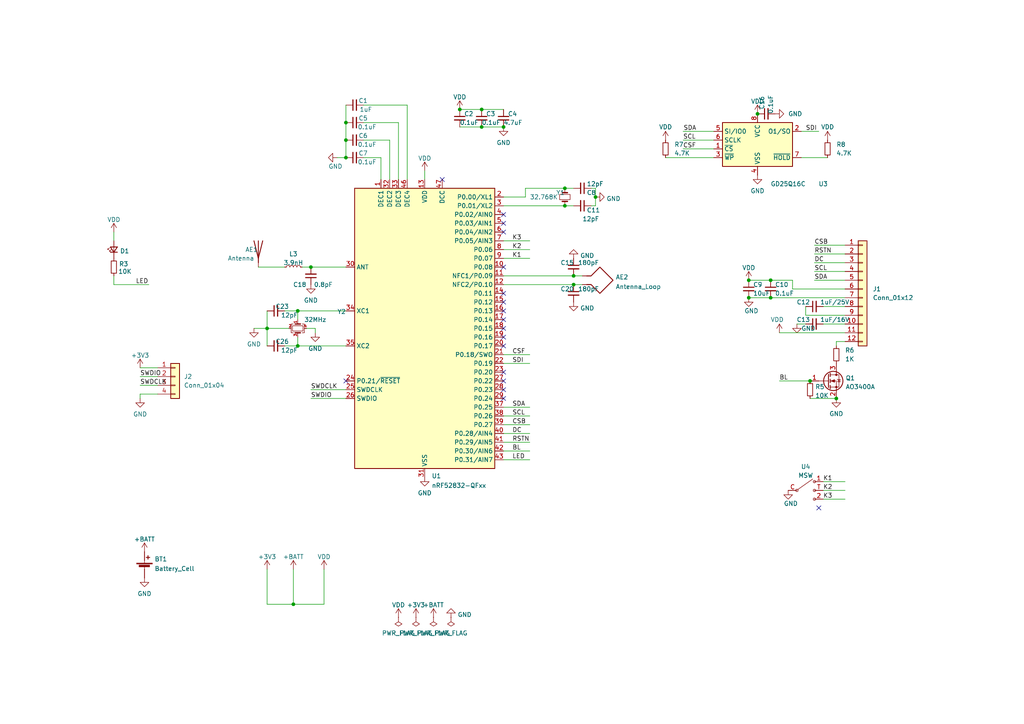
<source format=kicad_sch>
(kicad_sch (version 20211123) (generator eeschema)
  (paper "A4")
  (lib_symbols
    (symbol "Connector_Generic:Conn_01x04" (pin_names (offset 1.016) hide)
      (property "Reference" "J" (at 0 5.08 0))
      (property "Value" "Conn_01x04" (at 0 -7.62 0))
      (symbol "Conn_01x04_1_1"
        (rectangle (start -1.27 -4.953) (end 0 -5.207) (stroke (width 0.1524)))
        (rectangle (start -1.27 -2.413) (end 0 -2.667) (stroke (width 0.1524)))
        (rectangle (start -1.27 0.127) (end 0 -0.127) (stroke (width 0.1524)))
        (rectangle (start -1.27 2.667) (end 0 2.413) (stroke (width 0.1524)))
        (rectangle (start -1.27 3.81) (end 1.27 -6.35) (stroke (width 0.254)) (fill (type background)))
        (pin passive line (at -5.08 2.54 0) (length 3.81) (name "Pin_1") (number "1"))
        (pin passive line (at -5.08 0 0) (length 3.81) (name "Pin_2") (number "2"))
        (pin passive line (at -5.08 -2.54 0) (length 3.81) (name "Pin_3") (number "3"))
        (pin passive line (at -5.08 -5.08 0) (length 3.81) (name "Pin_4") (number "4"))
      )
    )
    (symbol "Connector_Generic:Conn_01x12" (pin_names (offset 1.016) hide)
      (property "Reference" "J" (at 0 15.24 0))
      (property "Value" "Conn_01x12" (at 0 -17.78 0))
      (symbol "Conn_01x12_1_1"
        (rectangle (start -1.27 -15.113) (end 0 -15.367) (stroke (width 0.1524)))
        (rectangle (start -1.27 -12.573) (end 0 -12.827) (stroke (width 0.1524)))
        (rectangle (start -1.27 -10.033) (end 0 -10.287) (stroke (width 0.1524)))
        (rectangle (start -1.27 -7.493) (end 0 -7.747) (stroke (width 0.1524)))
        (rectangle (start -1.27 -4.953) (end 0 -5.207) (stroke (width 0.1524)))
        (rectangle (start -1.27 -2.413) (end 0 -2.667) (stroke (width 0.1524)))
        (rectangle (start -1.27 0.127) (end 0 -0.127) (stroke (width 0.1524)))
        (rectangle (start -1.27 2.667) (end 0 2.413) (stroke (width 0.1524)))
        (rectangle (start -1.27 5.207) (end 0 4.953) (stroke (width 0.1524)))
        (rectangle (start -1.27 7.747) (end 0 7.493) (stroke (width 0.1524)))
        (rectangle (start -1.27 10.287) (end 0 10.033) (stroke (width 0.1524)))
        (rectangle (start -1.27 12.827) (end 0 12.573) (stroke (width 0.1524)))
        (rectangle (start -1.27 13.97) (end 1.27 -16.51) (stroke (width 0.254)) (fill (type background)))
        (pin passive line (at -5.08 12.7 0) (length 3.81) (name "Pin_1") (number "1"))
        (pin passive line (at -5.08 -10.16 0) (length 3.81) (name "Pin_10") (number "10"))
        (pin passive line (at -5.08 -12.7 0) (length 3.81) (name "Pin_11") (number "11"))
        (pin passive line (at -5.08 -15.24 0) (length 3.81) (name "Pin_12") (number "12"))
        (pin passive line (at -5.08 10.16 0) (length 3.81) (name "Pin_2") (number "2"))
        (pin passive line (at -5.08 7.62 0) (length 3.81) (name "Pin_3") (number "3"))
        (pin passive line (at -5.08 5.08 0) (length 3.81) (name "Pin_4") (number "4"))
        (pin passive line (at -5.08 2.54 0) (length 3.81) (name "Pin_5") (number "5"))
        (pin passive line (at -5.08 0 0) (length 3.81) (name "Pin_6") (number "6"))
        (pin passive line (at -5.08 -2.54 0) (length 3.81) (name "Pin_7") (number "7"))
        (pin passive line (at -5.08 -5.08 0) (length 3.81) (name "Pin_8") (number "8"))
        (pin passive line (at -5.08 -7.62 0) (length 3.81) (name "Pin_9") (number "9"))
      )
    )
    (symbol "Device:Antenna" (pin_numbers hide) (pin_names (offset 1.016) hide)
      (property "Reference" "AE" (at -1.905 1.905 0))
      (property "Value" "Antenna" (at -1.905 0 0))
      (symbol "Antenna_0_1"
        (polyline (pts (xy 0 2.54) (xy 0 -3.81)) (stroke (width 0.254)))
        (polyline (pts (xy 1.27 2.54) (xy 0 -2.54) (xy -1.27 2.54)) (stroke (width 0.254)))
      )
      (symbol "Antenna_1_1"
        (pin input line (at 0 -5.08 90) (length 2.54) (name "A") (number "1"))
      )
    )
    (symbol "Device:Antenna_Loop" (pin_numbers hide) (pin_names (offset 1.016) hide)
      (property "Reference" "AE" (at 1.27 6.35 0))
      (property "Value" "Antenna_Loop" (at 1.27 5.08 0))
      (symbol "Antenna_Loop_0_1"
        (polyline (pts (xy 2.54 -3.81) (xy 2.54 -2.54) (xy 5.08 0) (xy 1.27 3.81) (xy -2.54 0) (xy 0 -2.54) (xy 0 -3.81)) (stroke (width 0.254)))
      )
      (symbol "Antenna_Loop_1_1"
        (pin input line (at 0 -5.08 90) (length 2.54) (name "~") (number "1"))
        (pin input line (at 2.54 -5.08 90) (length 2.54) (name "~") (number "2"))
      )
    )
    (symbol "Device:Battery_Cell" (pin_numbers hide) (pin_names (offset 0) hide)
      (property "Reference" "BT" (at 2.54 2.54 0))
      (property "Value" "Battery_Cell" (at 2.54 0 0))
      (symbol "Battery_Cell_0_1"
        (rectangle (start -2.286 1.778) (end 2.286 1.524) (fill (type outline)))
        (rectangle (start -1.5748 1.1938) (end 1.4732 0.6858) (fill (type outline)))
        (polyline (pts (xy 0 0.762) (xy 0 0)))
        (polyline (pts (xy 0 1.778) (xy 0 2.54)))
        (polyline (pts (xy 0.508 3.429) (xy 1.524 3.429)) (stroke (width 0.254)))
        (polyline (pts (xy 1.016 3.937) (xy 1.016 2.921)) (stroke (width 0.254)))
      )
      (symbol "Battery_Cell_1_1"
        (pin passive line (at 0 5.08 270) (length 2.54) (name "+") (number "1"))
        (pin passive line (at 0 -2.54 90) (length 2.54) (name "-") (number "2"))
      )
    )
    (symbol "Device:C_Small" (pin_numbers hide) (pin_names (offset 0.254) hide)
      (property "Reference" "C" (at 0.254 1.778 0))
      (property "Value" "C_Small" (at 0.254 -2.032 0))
      (symbol "C_Small_0_1"
        (polyline (pts (xy -1.524 -0.508) (xy 1.524 -0.508)) (stroke (width 0.3302)))
        (polyline (pts (xy -1.524 0.508) (xy 1.524 0.508)) (stroke (width 0.3048)))
      )
      (symbol "C_Small_1_1"
        (pin passive line (at 0 2.54 270) (length 2.032) (name "~") (number "1"))
        (pin passive line (at 0 -2.54 90) (length 2.032) (name "~") (number "2"))
      )
    )
    (symbol "Device:Crystal_GND24_Small" (pin_names (offset 1.016) hide)
      (property "Reference" "Y" (at 1.27 4.445 0))
      (property "Value" "Crystal_GND24_Small" (at 1.27 2.54 0))
      (symbol "Crystal_GND24_Small_0_1"
        (rectangle (start -0.762 -1.524) (end 0.762 1.524))
        (polyline (pts (xy -1.27 -0.762) (xy -1.27 0.762)) (stroke (width 0.381)))
        (polyline (pts (xy 1.27 -0.762) (xy 1.27 0.762)) (stroke (width 0.381)))
        (polyline (pts (xy -1.27 -1.27) (xy -1.27 -1.905) (xy 1.27 -1.905) (xy 1.27 -1.27)))
        (polyline (pts (xy -1.27 1.27) (xy -1.27 1.905) (xy 1.27 1.905) (xy 1.27 1.27)))
      )
      (symbol "Crystal_GND24_Small_1_1"
        (pin passive line (at -2.54 0 0) (length 1.27) (name "1") (number "1"))
        (pin passive line (at 0 -2.54 90) (length 0.635) (name "2") (number "2"))
        (pin passive line (at 2.54 0 180) (length 1.27) (name "3") (number "3"))
        (pin passive line (at 0 2.54 270) (length 0.635) (name "4") (number "4"))
      )
    )
    (symbol "Device:Crystal_Small" (pin_numbers hide) (pin_names (offset 1.016) hide)
      (property "Reference" "Y" (at 0 2.54 0))
      (property "Value" "Crystal_Small" (at 0 -2.54 0))
      (symbol "Crystal_Small_0_1"
        (rectangle (start -0.762 -1.524) (end 0.762 1.524))
        (polyline (pts (xy -1.27 -0.762) (xy -1.27 0.762)) (stroke (width 0.381)))
        (polyline (pts (xy 1.27 -0.762) (xy 1.27 0.762)) (stroke (width 0.381)))
      )
      (symbol "Crystal_Small_1_1"
        (pin passive line (at -2.54 0 0) (length 1.27) (name "1") (number "1"))
        (pin passive line (at 2.54 0 180) (length 1.27) (name "2") (number "2"))
      )
    )
    (symbol "Device:LED_Small" (pin_numbers hide) (pin_names (offset 0.254) hide)
      (property "Reference" "D" (at -1.27 3.175 0))
      (property "Value" "LED_Small" (at -4.445 -2.54 0))
      (symbol "LED_Small_0_1"
        (polyline (pts (xy -0.762 -1.016) (xy -0.762 1.016)) (stroke (width 0.254)))
        (polyline (pts (xy 1.016 0) (xy -0.762 0)))
        (polyline (pts (xy 0.762 -1.016) (xy -0.762 0) (xy 0.762 1.016) (xy 0.762 -1.016)) (stroke (width 0.254)))
        (polyline (pts (xy 0 0.762) (xy -0.508 1.27) (xy -0.254 1.27) (xy -0.508 1.27) (xy -0.508 1.016)))
        (polyline (pts (xy 0.508 1.27) (xy 0 1.778) (xy 0.254 1.778) (xy 0 1.778) (xy 0 1.524)))
      )
      (symbol "LED_Small_1_1"
        (pin passive line (at -2.54 0 0) (length 1.778) (name "K") (number "1"))
        (pin passive line (at 2.54 0 180) (length 1.778) (name "A") (number "2"))
      )
    )
    (symbol "Device:L_Small" (pin_numbers hide) (pin_names (offset 0.254) hide)
      (property "Reference" "L" (at 0.762 1.016 0))
      (property "Value" "L_Small" (at 0.762 -1.016 0))
      (symbol "L_Small_0_1"
        (arc (start 0 -2.032) (mid 0.508 -1.524) (end 0 -1.016))
        (arc (start 0 -1.016) (mid 0.508 -0.508) (end 0 0))
        (arc (start 0 0) (mid 0.508 0.508) (end 0 1.016))
        (arc (start 0 1.016) (mid 0.508 1.524) (end 0 2.032))
      )
      (symbol "L_Small_1_1"
        (pin passive line (at 0 2.54 270) (length 0.508) (name "~") (number "1"))
        (pin passive line (at 0 -2.54 90) (length 0.508) (name "~") (number "2"))
      )
    )
    (symbol "Device:R_Small" (pin_numbers hide) (pin_names (offset 0.254) hide)
      (property "Reference" "R" (at 0.762 0.508 0))
      (property "Value" "R_Small" (at 0.762 -1.016 0))
      (symbol "R_Small_0_1"
        (rectangle (start -0.762 1.778) (end 0.762 -1.778) (stroke (width 0.2032)))
      )
      (symbol "R_Small_1_1"
        (pin passive line (at 0 2.54 270) (length 0.762) (name "~") (number "1"))
        (pin passive line (at 0 -2.54 90) (length 0.762) (name "~") (number "2"))
      )
    )
    (symbol "MCU_Nordic:nRF52832-QFxx"
      (property "Reference" "U" (at 0 1.27 0))
      (property "Value" "nRF52832-QFxx" (at 0 -1.27 0))
      (symbol "nRF52832-QFxx_0_1"
        (rectangle (start -20.32 40.64) (end 20.32 -40.64) (stroke (width 0.254)) (fill (type background)))
      )
      (symbol "nRF52832-QFxx_1_1"
        (pin passive line (at -12.7 43.18 270) (length 2.54) (name "DEC1") (number "1"))
        (pin bidirectional line (at 22.86 17.78 180) (length 2.54) (name "P0.08") (number "10"))
        (pin bidirectional line (at 22.86 15.24 180) (length 2.54) (name "NFC1/P0.09") (number "11"))
        (pin bidirectional line (at 22.86 12.7 180) (length 2.54) (name "NFC2/P0.10") (number "12"))
        (pin power_in line (at 0 43.18 270) (length 2.54) (name "VDD") (number "13"))
        (pin bidirectional line (at 22.86 10.16 180) (length 2.54) (name "P0.11") (number "14"))
        (pin bidirectional line (at 22.86 7.62 180) (length 2.54) (name "P0.12") (number "15"))
        (pin bidirectional line (at 22.86 5.08 180) (length 2.54) (name "P0.13") (number "16"))
        (pin bidirectional line (at 22.86 2.54 180) (length 2.54) (name "P0.14") (number "17"))
        (pin bidirectional line (at 22.86 0 180) (length 2.54) (name "P0.15") (number "18"))
        (pin bidirectional line (at 22.86 -2.54 180) (length 2.54) (name "P0.16") (number "19"))
        (pin bidirectional line (at 22.86 38.1 180) (length 2.54) (name "P0.00/XL1") (number "2"))
        (pin bidirectional line (at 22.86 -5.08 180) (length 2.54) (name "P0.17") (number "20"))
        (pin bidirectional line (at 22.86 -7.62 180) (length 2.54) (name "P0.18/SWO") (number "21"))
        (pin bidirectional line (at 22.86 -10.16 180) (length 2.54) (name "P0.19") (number "22"))
        (pin bidirectional line (at 22.86 -12.7 180) (length 2.54) (name "P0.20") (number "23"))
        (pin bidirectional line (at -22.86 -15.24 0) (length 2.54) (name "P0.21/~{RESET}") (number "24"))
        (pin input line (at -22.86 -17.78 0) (length 2.54) (name "SWDCLK") (number "25"))
        (pin bidirectional line (at -22.86 -20.32 0) (length 2.54) (name "SWDIO") (number "26"))
        (pin bidirectional line (at 22.86 -15.24 180) (length 2.54) (name "P0.22") (number "27"))
        (pin bidirectional line (at 22.86 -17.78 180) (length 2.54) (name "P0.23") (number "28"))
        (pin bidirectional line (at 22.86 -20.32 180) (length 2.54) (name "P0.24") (number "29"))
        (pin bidirectional line (at 22.86 35.56 180) (length 2.54) (name "P0.01/XL2") (number "3"))
        (pin passive line (at -22.86 17.78 0) (length 2.54) (name "ANT") (number "30"))
        (pin power_in line (at 0 -43.18 90) (length 2.54) (name "VSS") (number "31"))
        (pin passive line (at -10.16 43.18 270) (length 2.54) (name "DEC2") (number "32"))
        (pin passive line (at -7.62 43.18 270) (length 2.54) (name "DEC3") (number "33"))
        (pin input line (at -22.86 5.08 0) (length 2.54) (name "XC1") (number "34"))
        (pin input line (at -22.86 -5.08 0) (length 2.54) (name "XC2") (number "35"))
        (pin passive line (at 0 43.18 270) (length 2.54) hide (name "VDD") (number "36"))
        (pin bidirectional line (at 22.86 -22.86 180) (length 2.54) (name "P0.25") (number "37"))
        (pin bidirectional line (at 22.86 -25.4 180) (length 2.54) (name "P0.26") (number "38"))
        (pin bidirectional line (at 22.86 -27.94 180) (length 2.54) (name "P0.27") (number "39"))
        (pin bidirectional line (at 22.86 33.02 180) (length 2.54) (name "P0.02/AIN0") (number "4"))
        (pin bidirectional line (at 22.86 -30.48 180) (length 2.54) (name "P0.28/AIN4") (number "40"))
        (pin bidirectional line (at 22.86 -33.02 180) (length 2.54) (name "P0.29/AIN5") (number "41"))
        (pin bidirectional line (at 22.86 -35.56 180) (length 2.54) (name "P0.30/AIN6") (number "42"))
        (pin bidirectional line (at 22.86 -38.1 180) (length 2.54) (name "P0.31/AIN7") (number "43"))
        (pin no_connect line (at -20.32 -30.48 0) (length 2.54) hide (name "NC") (number "44"))
        (pin passive line (at 0 -43.18 90) (length 2.54) hide (name "VSS") (number "45"))
        (pin passive line (at -5.08 43.18 270) (length 2.54) (name "DEC4") (number "46"))
        (pin power_out line (at 5.08 43.18 270) (length 2.54) (name "DCC") (number "47"))
        (pin passive line (at 0 43.18 270) (length 2.54) hide (name "VDD") (number "48"))
        (pin passive line (at 0 -43.18 90) (length 2.54) hide (name "VSS") (number "49"))
        (pin bidirectional line (at 22.86 30.48 180) (length 2.54) (name "P0.03/AIN1") (number "5"))
        (pin bidirectional line (at 22.86 27.94 180) (length 2.54) (name "P0.04/AIN2") (number "6"))
        (pin bidirectional line (at 22.86 25.4 180) (length 2.54) (name "P0.05/AIN3") (number "7"))
        (pin bidirectional line (at 22.86 22.86 180) (length 2.54) (name "P0.06") (number "8"))
        (pin bidirectional line (at 22.86 20.32 180) (length 2.54) (name "P0.07") (number "9"))
      )
    )
    (symbol "Mylib:GD25Dxx"
      (property "Reference" "U3" (at 19.05 -10.16 0))
      (property "Value" "GD25Dxx" (at 8.89 -10.16 0))
      (symbol "GD25Dxx_1_1"
        (rectangle (start -10.16 7.62) (end 10.16 -5.08) (stroke (width 0.254)) (fill (type background)))
        (pin input line (at -12.7 0 0) (length 2.54) (name "~{CS}") (number "1"))
        (pin output line (at 12.7 5.08 180) (length 2.54) (name "O1/SO") (number "2"))
        (pin input line (at -12.7 -2.54 0) (length 2.54) (name "~{WP}") (number "3"))
        (pin power_in line (at 0 -7.62 90) (length 2.54) (name "VSS") (number "4"))
        (pin bidirectional line (at -12.7 5.08 0) (length 2.54) (name "SI/IO0") (number "5"))
        (pin input line (at -12.7 2.54 0) (length 2.54) (name "SCLK") (number "6"))
        (pin input line (at 12.7 -2.54 180) (length 2.54) (name "~{HOLD}") (number "7"))
        (pin power_in line (at 0 10.16 270) (length 2.54) (name "VCC") (number "8"))
      )
    )
    (symbol "Mylib:MSW" (pin_names (offset 1.016))
      (property "Reference" "U" (at -2.54 -5.08 0))
      (property "Value" "MSW" (at 1.27 -5.08 0))
      (symbol "MSW_0_1"
        (circle (center -1.27 1.27) (radius 0.3556))
        (polyline (pts (xy -1.016 1.524) (xy 3.302 4.572)))
        (circle (center 3.81 -1.27) (radius 0.3556))
        (circle (center 3.81 1.27) (radius 0.3556))
        (circle (center 3.81 3.81) (radius 0.3556))
      )
      (symbol "MSW_1_1"
        (pin output line (at 6.35 3.81 180) (length 2.54) (name "~") (number "1"))
        (pin output line (at 6.35 -1.27 180) (length 2.54) (name "~") (number "2"))
        (pin passive line (at 5.08 -3.81 180) (length 2.54) hide (name "~") (number "5"))
        (pin passive line (at 5.08 -3.81 180) (length 2.54) hide (name "~") (number "6"))
        (pin passive line (at 5.08 -3.81 180) (length 2.54) hide (name "~") (number "7"))
        (pin passive line (at 5.08 -3.81 180) (length 2.54) hide (name "~") (number "8"))
        (pin input line (at -3.81 1.27 0) (length 2.54) (name "~") (number "C"))
        (pin output line (at 6.35 1.27 180) (length 2.54) (name "~") (number "T"))
      )
    )
    (symbol "Transistor_FET:AO3400A" (pin_names hide)
      (property "Reference" "Q" (at 5.08 1.905 0))
      (property "Value" "AO3400A" (at 5.08 0 0))
      (symbol "AO3400A_0_1"
        (polyline (pts (xy 0.254 0) (xy -2.54 0)))
        (polyline (pts (xy 0.254 1.905) (xy 0.254 -1.905)) (stroke (width 0.254)))
        (polyline (pts (xy 0.762 -1.27) (xy 0.762 -2.286)) (stroke (width 0.254)))
        (polyline (pts (xy 0.762 0.508) (xy 0.762 -0.508)) (stroke (width 0.254)))
        (polyline (pts (xy 0.762 2.286) (xy 0.762 1.27)) (stroke (width 0.254)))
        (polyline (pts (xy 2.54 2.54) (xy 2.54 1.778)))
        (polyline (pts (xy 2.54 -2.54) (xy 2.54 0) (xy 0.762 0)))
        (polyline (pts (xy 0.762 -1.778) (xy 3.302 -1.778) (xy 3.302 1.778) (xy 0.762 1.778)))
        (polyline (pts (xy 1.016 0) (xy 2.032 0.381) (xy 2.032 -0.381) (xy 1.016 0)) (fill (type outline)))
        (polyline (pts (xy 2.794 0.508) (xy 2.921 0.381) (xy 3.683 0.381) (xy 3.81 0.254)))
        (polyline (pts (xy 3.302 0.381) (xy 2.921 -0.254) (xy 3.683 -0.254) (xy 3.302 0.381)))
        (circle (center 1.651 0) (radius 2.794) (stroke (width 0.254)))
        (circle (center 2.54 -1.778) (radius 0.254) (fill (type outline)))
        (circle (center 2.54 1.778) (radius 0.254) (fill (type outline)))
      )
      (symbol "AO3400A_1_1"
        (pin input line (at -5.08 0 0) (length 2.54) (name "G") (number "1"))
        (pin passive line (at 2.54 -5.08 90) (length 2.54) (name "S") (number "2"))
        (pin passive line (at 2.54 5.08 270) (length 2.54) (name "D") (number "3"))
      )
    )
    (symbol "power:+3.3V" (power) (pin_names (offset 0))
      (property "Value" "+3.3V" (at 0 3.556 0))
      (symbol "+3.3V_0_1"
        (polyline (pts (xy -0.762 1.27) (xy 0 2.54)))
        (polyline (pts (xy 0 0) (xy 0 2.54)))
        (polyline (pts (xy 0 2.54) (xy 0.762 1.27)))
      )
      (symbol "+3.3V_1_1"
        (pin power_in line (at 0 0 90) (length 0) hide (name "+3V3") (number "1"))
      )
    )
    (symbol "power:+BATT" (power) (pin_names (offset 0))
      (property "Value" "+BATT" (at 0 3.556 0))
      (symbol "+BATT_0_1"
        (polyline (pts (xy -0.762 1.27) (xy 0 2.54)))
        (polyline (pts (xy 0 0) (xy 0 2.54)))
        (polyline (pts (xy 0 2.54) (xy 0.762 1.27)))
      )
      (symbol "+BATT_1_1"
        (pin power_in line (at 0 0 90) (length 0) hide (name "+BATT") (number "1"))
      )
    )
    (symbol "power:GND" (power) (pin_names (offset 0))
      (property "Value" "GND" (at 0 -3.81 0))
      (symbol "GND_0_1"
        (polyline (pts (xy 0 0) (xy 0 -1.27) (xy 1.27 -1.27) (xy 0 -2.54) (xy -1.27 -1.27) (xy 0 -1.27)))
      )
      (symbol "GND_1_1"
        (pin power_in line (at 0 0 270) (length 0) hide (name "GND") (number "1"))
      )
    )
    (symbol "power:PWR_FLAG" (power) (pin_numbers hide) (pin_names (offset 0) hide)
      (property "Value" "PWR_FLAG" (at 0 3.81 0))
      (symbol "PWR_FLAG_0_0"
        (pin power_out line (at 0 0 90) (length 0) (name "pwr") (number "1"))
      )
      (symbol "PWR_FLAG_0_1"
        (polyline (pts (xy 0 0) (xy 0 1.27) (xy -1.016 1.905) (xy 0 2.54) (xy 1.016 1.905) (xy 0 1.27)))
      )
    )
    (symbol "power:VDD" (power) (pin_names (offset 0))
      (property "Value" "VDD" (at 0 3.81 0))
      (symbol "VDD_0_1"
        (polyline (pts (xy -0.762 1.27) (xy 0 2.54)))
        (polyline (pts (xy 0 0) (xy 0 2.54)))
        (polyline (pts (xy 0 2.54) (xy 0.762 1.27)))
      )
      (symbol "VDD_1_1"
        (pin power_in line (at 0 0 90) (length 0) hide (name "VDD") (number "1"))
      )
    )
  )
  (junction (at 146.05 36.83))
  (junction (at 166.37 80.01))
  (junction (at 85.09 175.26))
  (junction (at 86.36 100.33))
  (junction (at 139.7 36.83))
  (junction (at 100.33 35.56))
  (junction (at 139.7 31.75))
  (junction (at 166.37 82.55))
  (junction (at 100.33 40.64))
  (junction (at 163.83 59.69))
  (junction (at 163.83 54.61))
  (junction (at 217.17 86.36))
  (junction (at 90.17 77.47))
  (junction (at 172.72 57.15))
  (junction (at 223.52 86.36))
  (junction (at 86.36 90.17))
  (junction (at 234.95 110.49))
  (junction (at 133.35 31.75))
  (junction (at 217.17 81.28))
  (junction (at 223.52 81.28))
  (junction (at 219.71 33.02))
  (junction (at 100.33 45.72))
  (junction (at 242.57 115.57))
  (junction (at 77.47 95.25))
  (no_connect (at 146.05 100.33))
  (no_connect (at 146.05 115.57))
  (no_connect (at 237.49 147.32))
  (no_connect (at 146.05 62.23))
  (no_connect (at 146.05 64.77))
  (no_connect (at 146.05 67.31))
  (no_connect (at 146.05 77.47))
  (no_connect (at 146.05 85.09))
  (no_connect (at 146.05 107.95))
  (no_connect (at 146.05 113.03))
  (no_connect (at 146.05 87.63))
  (no_connect (at 146.05 90.17))
  (no_connect (at 146.05 92.71))
  (no_connect (at 146.05 110.49))
  (no_connect (at 128.27 52.07))
  (no_connect (at 100.33 110.49))
  (no_connect (at 146.05 95.25))
  (no_connect (at 146.05 97.79))
  (wire (pts (xy 233.68 93.98) (xy 231.14 93.98)))
  (wire (pts (xy 105.41 30.48) (xy 118.11 30.48)))
  (wire (pts (xy 139.7 31.75) (xy 146.05 31.75)))
  (wire (pts (xy 118.11 52.07) (xy 118.11 30.48)))
  (wire (pts (xy 40.64 106.68) (xy 45.72 106.68)))
  (wire (pts (xy 133.35 31.75) (xy 139.7 31.75)))
  (wire (pts (xy 91.44 95.25) (xy 91.44 96.52)))
  (wire (pts (xy 238.76 144.78) (xy 245.11 144.78)))
  (wire (pts (xy 40.64 114.3) (xy 40.64 115.57)))
  (wire (pts (xy 217.17 86.36) (xy 223.52 86.36)))
  (wire (pts (xy 236.22 81.28) (xy 245.11 81.28)))
  (wire (pts (xy 193.04 45.72) (xy 207.01 45.72)))
  (wire (pts (xy 88.9 95.25) (xy 91.44 95.25)))
  (wire (pts (xy 152.4 57.15) (xy 146.05 57.15)))
  (wire (pts (xy 146.05 133.35) (xy 153.67 133.35)))
  (wire (pts (xy 217.17 81.28) (xy 223.52 81.28)))
  (wire (pts (xy 33.02 67.31) (xy 33.02 69.85)))
  (wire (pts (xy 100.33 40.64) (xy 100.33 45.72)))
  (wire (pts (xy 77.47 175.26) (xy 85.09 175.26)))
  (wire (pts (xy 146.05 72.39) (xy 153.67 72.39)))
  (wire (pts (xy 146.05 130.81) (xy 153.67 130.81)))
  (wire (pts (xy 77.47 95.25) (xy 77.47 100.33)))
  (wire (pts (xy 40.64 114.3) (xy 45.72 114.3)))
  (wire (pts (xy 238.76 142.24) (xy 245.11 142.24)))
  (wire (pts (xy 40.64 109.22) (xy 45.72 109.22)))
  (wire (pts (xy 110.49 52.07) (xy 110.49 45.72)))
  (wire (pts (xy 77.47 90.17) (xy 77.47 95.25)))
  (wire (pts (xy 77.47 165.1) (xy 77.47 175.26)))
  (wire (pts (xy 172.72 54.61) (xy 172.72 57.15)))
  (wire (pts (xy 234.95 115.57) (xy 242.57 115.57)))
  (wire (pts (xy 146.05 82.55) (xy 166.37 82.55)))
  (wire (pts (xy 139.7 36.83) (xy 133.35 36.83)))
  (wire (pts (xy 198.12 40.64) (xy 207.01 40.64)))
  (wire (pts (xy 73.66 95.25) (xy 77.47 95.25)))
  (wire (pts (xy 146.05 128.27) (xy 153.67 128.27)))
  (wire (pts (xy 163.83 59.69) (xy 166.37 59.69)))
  (wire (pts (xy 232.41 45.72) (xy 240.03 45.72)))
  (wire (pts (xy 172.72 57.15) (xy 172.72 59.69)))
  (wire (pts (xy 236.22 76.2) (xy 245.11 76.2)))
  (wire (pts (xy 238.76 88.9) (xy 245.11 88.9)))
  (wire (pts (xy 226.06 110.49) (xy 234.95 110.49)))
  (wire (pts (xy 86.36 92.71) (xy 86.36 90.17)))
  (wire (pts (xy 40.64 111.76) (xy 45.72 111.76)))
  (wire (pts (xy 152.4 54.61) (xy 152.4 57.15)))
  (wire (pts (xy 82.55 90.17) (xy 86.36 90.17)))
  (wire (pts (xy 163.83 54.61) (xy 152.4 54.61)))
  (wire (pts (xy 146.05 105.41) (xy 153.67 105.41)))
  (wire (pts (xy 90.17 77.47) (xy 100.33 77.47)))
  (wire (pts (xy 232.41 38.1) (xy 237.49 38.1)))
  (wire (pts (xy 90.17 115.57) (xy 100.33 115.57)))
  (wire (pts (xy 166.37 82.55) (xy 168.91 82.55)))
  (wire (pts (xy 171.45 54.61) (xy 172.72 54.61)))
  (wire (pts (xy 100.33 35.56) (xy 100.33 40.64)))
  (wire (pts (xy 97.79 45.72) (xy 100.33 45.72)))
  (wire (pts (xy 74.93 77.47) (xy 82.55 77.47)))
  (wire (pts (xy 238.76 139.7) (xy 245.11 139.7)))
  (wire (pts (xy 146.05 80.01) (xy 166.37 80.01)))
  (wire (pts (xy 100.33 100.33) (xy 86.36 100.33)))
  (wire (pts (xy 85.09 175.26) (xy 93.98 175.26)))
  (wire (pts (xy 146.05 123.19) (xy 153.67 123.19)))
  (wire (pts (xy 242.57 99.06) (xy 245.11 99.06)))
  (wire (pts (xy 223.52 81.28) (xy 229.87 81.28)))
  (wire (pts (xy 86.36 90.17) (xy 100.33 90.17)))
  (wire (pts (xy 163.83 54.61) (xy 166.37 54.61)))
  (wire (pts (xy 33.02 82.55) (xy 43.18 82.55)))
  (wire (pts (xy 198.12 43.18) (xy 207.01 43.18)))
  (wire (pts (xy 233.68 88.9) (xy 233.68 91.44)))
  (wire (pts (xy 236.22 78.74) (xy 245.11 78.74)))
  (wire (pts (xy 146.05 118.11) (xy 153.67 118.11)))
  (wire (pts (xy 100.33 30.48) (xy 100.33 35.56)))
  (wire (pts (xy 146.05 69.85) (xy 153.67 69.85)))
  (wire (pts (xy 115.57 35.56) (xy 115.57 52.07)))
  (wire (pts (xy 105.41 45.72) (xy 110.49 45.72)))
  (wire (pts (xy 146.05 59.69) (xy 163.83 59.69)))
  (wire (pts (xy 105.41 35.56) (xy 115.57 35.56)))
  (wire (pts (xy 146.05 36.83) (xy 139.7 36.83)))
  (wire (pts (xy 93.98 175.26) (xy 93.98 165.1)))
  (wire (pts (xy 146.05 120.65) (xy 153.67 120.65)))
  (wire (pts (xy 166.37 80.01) (xy 168.91 80.01)))
  (wire (pts (xy 236.22 71.12) (xy 245.11 71.12)))
  (wire (pts (xy 77.47 95.25) (xy 83.82 95.25)))
  (wire (pts (xy 146.05 125.73) (xy 153.67 125.73)))
  (wire (pts (xy 229.87 81.28) (xy 229.87 83.82)))
  (wire (pts (xy 198.12 38.1) (xy 207.01 38.1)))
  (wire (pts (xy 172.72 59.69) (xy 171.45 59.69)))
  (wire (pts (xy 90.17 113.03) (xy 100.33 113.03)))
  (wire (pts (xy 242.57 100.33) (xy 242.57 99.06)))
  (wire (pts (xy 236.22 73.66) (xy 245.11 73.66)))
  (wire (pts (xy 86.36 97.79) (xy 86.36 100.33)))
  (wire (pts (xy 85.09 165.1) (xy 85.09 175.26)))
  (wire (pts (xy 226.06 96.52) (xy 245.11 96.52)))
  (wire (pts (xy 113.03 40.64) (xy 105.41 40.64)))
  (wire (pts (xy 223.52 86.36) (xy 245.11 86.36)))
  (wire (pts (xy 245.11 83.82) (xy 229.87 83.82)))
  (wire (pts (xy 82.55 100.33) (xy 86.36 100.33)))
  (wire (pts (xy 238.76 93.98) (xy 245.11 93.98)))
  (wire (pts (xy 233.68 91.44) (xy 245.11 91.44)))
  (wire (pts (xy 123.19 49.53) (xy 123.19 52.07)))
  (wire (pts (xy 113.03 52.07) (xy 113.03 40.64)))
  (wire (pts (xy 146.05 74.93) (xy 153.67 74.93)))
  (wire (pts (xy 33.02 80.01) (xy 33.02 82.55)))
  (wire (pts (xy 146.05 102.87) (xy 153.67 102.87)))
  (wire (pts (xy 87.63 77.47) (xy 90.17 77.47)))
  (label "K3" (at 148.59 69.85 0))
  (label "K1" (at 148.59 74.93 0))
  (label "DC" (at 148.59 125.73 0))
  (label "K2" (at 148.59 72.39 0))
  (label "SDI" (at 233.68 38.1 0))
  (label "SCL" (at 198.12 40.64 0))
  (label "SWDIO" (at 40.64 109.22 0))
  (label "BL" (at 226.06 110.49 0))
  (label "K1" (at 238.76 139.7 0))
  (label "K2" (at 238.76 142.24 0))
  (label "SDA" (at 198.2211 38.1 0))
  (label "LED" (at 39.37 82.55 0))
  (label "SWDCLK" (at 40.64 111.76 0))
  (label "LED" (at 148.59 133.35 0))
  (label "BL" (at 148.59 130.81 0))
  (label "RSTN" (at 148.59 128.27 0))
  (label "SDA" (at 148.59 118.11 0))
  (label "SWDIO" (at 90.17 115.57 0))
  (label "RSTN" (at 236.22 73.66 0))
  (label "SCL" (at 236.22 78.74 0))
  (label "SDA" (at 236.22 81.28 0))
  (label "CSB" (at 236.22 71.12 0))
  (label "DC" (at 236.22 76.2 0))
  (label "CSF" (at 148.59 102.87 0))
  (label "SCL" (at 148.59 120.65 0))
  (label "CSB" (at 148.59 123.19 0))
  (label "SWDCLK" (at 90.17 113.03 0))
  (label "SDI" (at 148.59 105.41 0))
  (label "K3" (at 238.76 144.78 0))
  (label "CSF" (at 198.12 43.18 0))
  (symbol (lib_id "power:VDD") (at 123.19 49.53 0) (unit 1)
    (property "Reference" "#PWR04" (effects hide))
    (property "Value" "VDD" (at 123.19 45.9255 0))
  )
  (symbol (lib_id "Device:C_Small") (at 102.87 45.72 90) (unit 1)
    (property "Reference" "C7" (at 106.68 44.45 90) (effects (justify left)))
    (property "Value" "0.1uF" (at 109.22 46.99 90) (effects (justify left)))
    (property "Footprint" "Capacitor_SMD:C_0402_1005Metric" (effects hide))
  )
  (symbol (lib_id "power:PWR_FLAG") (at 130.81 179.07 180) (unit 1)
    (property "Reference" "#FLG04" (effects hide))
    (property "Value" "PWR_FLAG" (at 130.81 183.6325 0))
  )
  (symbol (lib_id "Device:LED_Small") (at 33.02 72.39 90) (unit 1)
    (property "Reference" "D1" (at 34.798 72.8055 90) (effects (justify right)))
    (property "Value" "LED_Small" (effects hide))
    (property "Footprint" "LED_SMD:LED_0402_1005Metric" (effects hide))
  )
  (symbol (lib_id "Device:C_Small") (at 90.17 80.01 180) (unit 1)
    (property "Reference" "C18" (at 88.9 82.55 0) (effects (justify left)))
    (property "Value" "0.8pF" (at 96.52 82.55 0) (effects (justify left)))
    (property "Footprint" "Capacitor_SMD:C_0402_1005Metric" (effects hide))
  )
  (symbol (lib_id "Device:L_Small") (at 85.09 77.47 90) (unit 1)
    (property "Reference" "L3" (at 85.09 73.66 90))
    (property "Value" "3.9nH" (at 85.09 76.2 90))
    (property "Footprint" "Inductor_SMD:L_0402_1005Metric" (effects hide))
  )
  (symbol (lib_id "Device:C_Small") (at 102.87 35.56 90) (unit 1)
    (property "Reference" "C5" (at 106.68 34.29 90) (effects (justify left)))
    (property "Value" "0.1uF" (at 109.22 36.83 90) (effects (justify left)))
    (property "Footprint" "Capacitor_SMD:C_0402_1005Metric" (effects hide))
  )
  (symbol (lib_id "Device:C_Small") (at 236.22 93.98 90) (unit 1)
    (property "Reference" "C13" (at 234.95 92.71 90) (effects (justify left)))
    (property "Value" "1uF/16V" (at 246.38 92.71 90) (effects (justify left)))
    (property "Footprint" "Capacitor_SMD:C_0402_1005Metric" (effects hide))
  )
  (symbol (lib_id "Device:Crystal_GND24_Small") (at 86.36 95.25 270) (unit 1)
    (property "Reference" "Y2" (at 99.0789 90.3943 90))
    (property "Value" "32MHz" (at 91.44 92.71 90))
    (property "Footprint" "Crystal:Crystal_SMD_2016-4Pin_2.0x1.6mm" (effects hide))
  )
  (symbol (lib_id "Device:R_Small") (at 240.03 43.18 180) (unit 1)
    (property "Reference" "R8" (at 242.57 41.9099 0) (effects (justify right)))
    (property "Value" "4.7K" (at 242.57 44.4499 0) (effects (justify right)))
    (property "Footprint" "Resistor_SMD:R_0402_1005Metric" (effects hide))
  )
  (symbol (lib_id "power:GND") (at 130.81 179.07 180) (unit 1)
    (property "Reference" "#PWR040" (effects hide))
    (property "Value" "GND" (at 132.715 178.279 0) (effects (justify right)))
  )
  (symbol (lib_id "Transistor_FET:AO3400A") (at 240.03 110.49 0) (unit 1)
    (property "Reference" "Q1" (at 245.237 109.6553 0) (effects (justify left)))
    (property "Value" "AO3400A" (at 245.237 112.1922 0) (effects (justify left)))
    (property "Footprint" "Package_TO_SOT_SMD:SOT-23" (effects hide))
    (property "Datasheet" "http://www.aosmd.com/pdfs/datasheet/AO3400A.pdf" (effects hide))
  )
  (symbol (lib_id "Device:C_Small") (at 222.25 33.02 90) (unit 1)
    (property "Reference" "C16" (at 220.98 31.75 0) (effects (justify left)))
    (property "Value" "0.1uF" (at 223.52 33.02 0) (effects (justify left)))
    (property "Footprint" "Capacitor_SMD:C_0402_1005Metric" (effects hide))
  )
  (symbol (lib_id "Device:Battery_Cell") (at 41.91 165.1 0) (unit 1)
    (property "Reference" "BT1" (at 44.831 162.1595 0) (effects (justify left)))
    (property "Value" "Battery_Cell" (at 44.831 164.9346 0) (effects (justify left)))
    (property "Footprint" "MyLib:BAT-SMD_CR2032-3V" (effects hide))
  )
  (symbol (lib_id "Device:R_Small") (at 33.02 77.47 0) (unit 1)
    (property "Reference" "R3" (at 34.5186 76.5615 0) (effects (justify left)))
    (property "Value" "10K" (at 34.29 78.74 0) (effects (justify left)))
    (property "Footprint" "Resistor_SMD:R_0402_1005Metric" (effects hide))
  )
  (symbol (lib_id "power:+3.3V") (at 120.65 179.07 0) (unit 1)
    (property "Reference" "#PWR038" (effects hide))
    (property "Value" "+3.3V" (at 120.65 175.4655 0))
  )
  (symbol (lib_id "power:VDD") (at 133.35 31.75 0) (unit 1)
    (property "Reference" "#PWR01" (effects hide))
    (property "Value" "VDD" (at 133.35 28.1455 0))
  )
  (symbol (lib_id "Device:C_Small") (at 223.52 83.82 0) (unit 1)
    (property "Reference" "C10" (at 224.79 82.55 0) (effects (justify left)))
    (property "Value" "0.1uF" (at 224.79 85.09 0) (effects (justify left)))
    (property "Footprint" "Capacitor_SMD:C_0402_1005Metric" (effects hide))
  )
  (symbol (lib_id "Device:C_Small") (at 80.01 100.33 90) (unit 1)
    (property "Reference" "C26" (at 83.82 99.06 90) (effects (justify left)))
    (property "Value" "12pF" (at 86.36 101.6 90) (effects (justify left)))
    (property "Footprint" "Capacitor_SMD:C_0402_1005Metric" (effects hide))
  )
  (symbol (lib_id "power:VDD") (at 193.04 40.64 0) (unit 1)
    (property "Reference" "#PWR014" (effects hide))
    (property "Value" "VDD" (at 193.04 36.83 0))
  )
  (symbol (lib_id "Device:C_Small") (at 102.87 30.48 90) (unit 1)
    (property "Reference" "C1" (at 106.68 29.21 90) (effects (justify left)))
    (property "Value" "1uF" (at 107.95 31.75 90) (effects (justify left)))
    (property "Footprint" "Capacitor_SMD:C_0402_1005Metric" (effects hide))
  )
  (symbol (lib_id "Device:Antenna_Loop") (at 173.99 80.01 270) (unit 1)
    (property "Reference" "AE2" (at 178.562 80.3715 90) (effects (justify left)))
    (property "Value" "Antenna_Loop" (at 178.562 83.1466 90) (effects (justify left)))
    (property "Footprint" "MyLib:40x22MM_NFC_ANTENA" (effects hide))
  )
  (symbol (lib_id "Connector_Generic:Conn_01x04") (at 50.8 109.22 0) (unit 1)
    (property "Reference" "J2" (at 53.34 109.2199 0) (effects (justify left)))
    (property "Value" "Conn_01x04" (at 53.34 111.7599 0) (effects (justify left)))
    (property "Footprint" "MyLib:JST_GH_SM04B-GHS-TB_1x04-1MP_P1.25mm_Horizontal" (effects hide))
  )
  (symbol (lib_id "power:VDD") (at 115.57 179.07 0) (unit 1)
    (property "Reference" "#PWR037" (effects hide))
    (property "Value" "VDD" (at 115.57 175.4655 0))
  )
  (symbol (lib_id "power:+3.3V") (at 77.47 165.1 0) (unit 1)
    (property "Reference" "#PWR032" (effects hide))
    (property "Value" "+3.3V" (at 77.47 161.4955 0))
  )
  (symbol (lib_id "Device:C_Small") (at 168.91 54.61 270) (unit 1)
    (property "Reference" "C8" (at 170.18 55.88 90) (effects (justify left)))
    (property "Value" "12pF" (at 170.18 53.34 90) (effects (justify left)))
    (property "Footprint" "Capacitor_SMD:C_0402_1005Metric" (effects hide))
  )
  (symbol (lib_id "power:GND") (at 231.14 93.98 0) (unit 1)
    (property "Reference" "#PWR011" (effects hide))
    (property "Value" "GND" (at 232.41 95.25 0) (effects (justify left)))
  )
  (symbol (lib_id "power:PWR_FLAG") (at 115.57 179.07 180) (unit 1)
    (property "Reference" "#FLG01" (effects hide))
    (property "Value" "PWR_FLAG" (at 115.57 183.6325 0))
  )
  (symbol (lib_id "power:GND") (at 91.44 96.52 0) (unit 1)
    (property "Reference" "#PWR020" (effects hide))
    (property "Value" "GND" (at 91.44 101.0825 0))
  )
  (symbol (lib_id "power:GND") (at 41.91 167.64 0) (unit 1)
    (property "Reference" "#PWR036" (effects hide))
    (property "Value" "GND" (at 41.91 172.2025 0))
  )
  (symbol (lib_id "Device:Antenna") (at 74.93 72.39 0) (unit 1)
    (property "Reference" "AE1" (at 71.12 72.39 0) (effects (justify left)))
    (property "Value" "Antenna" (at 66.04 74.93 0) (effects (justify left)))
    (property "Footprint" "MyLib:AN2051" (effects hide))
  )
  (symbol (lib_id "power:GND") (at 146.05 36.83 0) (unit 1)
    (property "Reference" "#PWR02" (effects hide))
    (property "Value" "GND" (at 146.05 41.3925 0))
  )
  (symbol (lib_id "power:GND") (at 228.6 142.24 0) (unit 1)
    (property "Reference" "#PWR0101" (effects hide))
    (property "Value" "GND" (at 227.33 146.05 0) (effects (justify left)))
  )
  (symbol (lib_id "power:+BATT") (at 85.09 165.1 0) (unit 1)
    (property "Reference" "#PWR033" (effects hide))
    (property "Value" "+BATT" (at 85.09 161.4955 0))
  )
  (symbol (lib_id "Mylib:MSW") (at 232.41 143.51 0) (unit 1)
    (property "Reference" "U4" (at 233.68 135.3652 0))
    (property "Value" "MSW" (at 233.68 137.9021 0))
    (property "Footprint" "MyLib:MSW" (effects hide))
  )
  (symbol (lib_id "Connector_Generic:Conn_01x12") (at 250.19 83.82 0) (unit 1)
    (property "Reference" "J1" (at 253.1364 83.8199 0) (effects (justify left)))
    (property "Value" "Conn_01x12" (at 253.1364 86.3599 0) (effects (justify left)))
    (property "Footprint" "MyLib:FPC_12 0.8mm" (effects hide))
  )
  (symbol (lib_id "power:+BATT") (at 125.73 179.07 0) (unit 1)
    (property "Reference" "#PWR039" (effects hide))
    (property "Value" "+BATT" (at 125.73 175.4655 0))
  )
  (symbol (lib_id "power:GND") (at 166.37 74.93 180) (unit 1)
    (property "Reference" "#PWR013" (effects hide))
    (property "Value" "GND" (at 168.275 74.139 0) (effects (justify right)))
  )
  (symbol (lib_id "Device:Crystal_Small") (at 163.83 57.15 90) (unit 1)
    (property "Reference" "Y1" (at 161.29 55.88 90) (effects (justify right)))
    (property "Value" "32.768K" (at 153.67 57.15 90) (effects (justify right)))
    (property "Footprint" "Crystal:Crystal_SMD_2012-2Pin_2.0x1.2mm" (effects hide))
  )
  (symbol (lib_id "Mylib:GD25Dxx") (at 219.71 43.18 0) (unit 1)
    (property "Reference" "U3" (at 238.76 53.34 0))
    (property "Value" "GD25Q16C" (at 228.6 53.34 0))
    (property "Footprint" "MyLib:USON-8_3x2mm_0.5pich" (effects hide))
    (property "Datasheet" "http://www.elm-tech.com/en/products/spi-flash-memory/gd25d10/gd25d10.pdf" (effects hide))
  )
  (symbol (lib_id "power:GND") (at 242.57 115.57 0) (unit 1)
    (property "Reference" "#PWR012" (effects hide))
    (property "Value" "GND" (at 242.57 120.0134 0))
  )
  (symbol (lib_id "Device:R_Small") (at 242.57 102.87 180) (unit 1)
    (property "Reference" "R6" (at 245.11 101.5999 0) (effects (justify right)))
    (property "Value" "1K" (at 245.11 104.1399 0) (effects (justify right)))
    (property "Footprint" "Resistor_SMD:R_0402_1005Metric" (effects hide))
  )
  (symbol (lib_id "Device:C_Small") (at 236.22 88.9 90) (unit 1)
    (property "Reference" "C12" (at 234.95 87.63 90) (effects (justify left)))
    (property "Value" "1uF/25V" (at 246.38 87.63 90) (effects (justify left)))
    (property "Footprint" "Capacitor_SMD:C_0402_1005Metric" (effects hide))
  )
  (symbol (lib_id "Device:C_Small") (at 139.7 34.29 0) (unit 1)
    (property "Reference" "C3" (at 140.97 33.02 0) (effects (justify left)))
    (property "Value" "0.1uF" (at 139.7 35.56 0) (effects (justify left)))
    (property "Footprint" "Capacitor_SMD:C_0402_1005Metric" (effects hide))
  )
  (symbol (lib_id "power:+3.3V") (at 40.64 106.68 0) (unit 1)
    (property "Reference" "#PWR021" (effects hide))
    (property "Value" "+3.3V" (at 40.64 103.0755 0))
  )
  (symbol (lib_id "Device:C_Small") (at 217.17 83.82 0) (unit 1)
    (property "Reference" "C9" (at 218.44 82.55 0) (effects (justify left)))
    (property "Value" "10uF" (at 218.44 85.09 0) (effects (justify left)))
    (property "Footprint" "Capacitor_SMD:C_0402_1005Metric" (effects hide))
  )
  (symbol (lib_id "power:VDD") (at 219.71 33.02 0) (unit 1)
    (property "Reference" "#PWR017" (effects hide))
    (property "Value" "VDD" (at 219.71 29.4155 0))
  )
  (symbol (lib_id "power:GND") (at 97.79 45.72 270) (unit 1)
    (property "Reference" "#PWR03" (effects hide))
    (property "Value" "GND" (at 95.25 48.26 90) (effects (justify left)))
  )
  (symbol (lib_id "power:GND") (at 90.17 82.55 0) (unit 1)
    (property "Reference" "#PWR016" (effects hide))
    (property "Value" "GND" (at 90.17 87.1125 0))
  )
  (symbol (lib_id "Device:C_Small") (at 146.05 34.29 0) (unit 1)
    (property "Reference" "C4" (at 147.32 33.02 0) (effects (justify left)))
    (property "Value" "4.7uF" (at 146.05 35.56 0) (effects (justify left)))
    (property "Footprint" "Capacitor_SMD:C_0402_1005Metric" (effects hide))
  )
  (symbol (lib_id "Device:C_Small") (at 166.37 77.47 0) (unit 1)
    (property "Reference" "C15" (at 162.56 76.2 0) (effects (justify left)))
    (property "Value" "180pF" (at 167.64 76.2 0) (effects (justify left)))
    (property "Footprint" "Capacitor_SMD:C_0402_1005Metric" (effects hide))
  )
  (symbol (lib_id "Device:C_Small") (at 80.01 90.17 90) (unit 1)
    (property "Reference" "C23" (at 83.82 88.9 90) (effects (justify left)))
    (property "Value" "12pF" (at 86.36 91.44 90) (effects (justify left)))
    (property "Footprint" "Capacitor_SMD:C_0402_1005Metric" (effects hide))
  )
  (symbol (lib_id "power:GND") (at 73.66 95.25 0) (unit 1)
    (property "Reference" "#PWR019" (effects hide))
    (property "Value" "GND" (at 73.66 99.8125 0))
  )
  (symbol (lib_id "power:GND") (at 217.17 86.36 0) (unit 1)
    (property "Reference" "#PWR07" (effects hide))
    (property "Value" "GND" (at 215.9 90.17 0) (effects (justify left)))
  )
  (symbol (lib_id "power:+BATT") (at 41.91 160.02 0) (unit 1)
    (property "Reference" "#PWR031" (effects hide))
    (property "Value" "+BATT" (at 41.91 156.4155 0))
  )
  (symbol (lib_id "power:GND") (at 40.64 115.57 0) (unit 1)
    (property "Reference" "#PWR022" (effects hide))
    (property "Value" "GND" (at 40.64 120.1325 0))
  )
  (symbol (lib_id "MCU_Nordic:nRF52832-QFxx") (at 123.19 95.25 0) (unit 1)
    (property "Reference" "U1" (at 125.2094 138.0395 0) (effects (justify left)))
    (property "Value" "nRF52832-QFxx" (at 125.2094 140.8146 0) (effects (justify left)))
    (property "Footprint" "Package_DFN_QFN:QFN-48-1EP_6x6mm_P0.4mm_EP4.6x4.6mm" (effects hide))
    (property "Datasheet" "http://infocenter.nordicsemi.com/pdf/nRF52832_PS_v1.4.pdf" (effects hide))
  )
  (symbol (lib_id "power:VDD") (at 226.06 96.52 0) (unit 1)
    (property "Reference" "#PWR09" (effects hide))
    (property "Value" "VDD" (at 227.33 92.71 0) (effects (justify right)))
  )
  (symbol (lib_id "power:GND") (at 172.72 57.15 90) (unit 1)
    (property "Reference" "#PWR08" (effects hide))
    (property "Value" "GND" (at 175.895 57.629 90) (effects (justify right)))
  )
  (symbol (lib_id "Device:C_Small") (at 168.91 59.69 270) (unit 1)
    (property "Reference" "C11" (at 170.18 60.96 90) (effects (justify left)))
    (property "Value" "12pF" (at 168.91 63.5 90) (effects (justify left)))
    (property "Footprint" "Capacitor_SMD:C_0402_1005Metric" (effects hide))
  )
  (symbol (lib_id "Device:C_Small") (at 133.35 34.29 0) (unit 1)
    (property "Reference" "C2" (at 134.62 33.02 0) (effects (justify left)))
    (property "Value" "0.1uF" (at 133.35 35.56 0) (effects (justify left)))
    (property "Footprint" "Capacitor_SMD:C_0402_1005Metric" (effects hide))
  )
  (symbol (lib_id "power:PWR_FLAG") (at 125.73 179.07 180) (unit 1)
    (property "Reference" "#FLG03" (effects hide))
    (property "Value" "PWR_FLAG" (at 125.73 183.6325 0))
  )
  (symbol (lib_id "power:VDD") (at 217.17 81.28 0) (unit 1)
    (property "Reference" "#PWR05" (effects hide))
    (property "Value" "VDD" (at 217.17 77.6755 0))
  )
  (symbol (lib_id "power:GND") (at 224.79 33.02 90) (unit 1)
    (property "Reference" "#PWR024" (effects hide))
    (property "Value" "GND" (at 228.6 33.0199 90) (effects (justify right)))
  )
  (symbol (lib_id "power:PWR_FLAG") (at 120.65 179.07 180) (unit 1)
    (property "Reference" "#FLG02" (effects hide))
    (property "Value" "PWR_FLAG" (at 120.65 183.6325 0))
  )
  (symbol (lib_id "power:GND") (at 123.19 138.43 0) (unit 1)
    (property "Reference" "#PWR027" (effects hide))
    (property "Value" "GND" (at 123.19 142.9925 0))
  )
  (symbol (lib_id "Device:C_Small") (at 102.87 40.64 90) (unit 1)
    (property "Reference" "C6" (at 106.68 39.37 90) (effects (justify left)))
    (property "Value" "0.1uF" (at 109.22 41.91 90) (effects (justify left)))
    (property "Footprint" "Capacitor_SMD:C_0402_1005Metric" (effects hide))
  )
  (symbol (lib_id "Device:R_Small") (at 193.04 43.18 180) (unit 1)
    (property "Reference" "R7" (at 195.58 41.9099 0) (effects (justify right)))
    (property "Value" "4.7K" (at 195.58 44.4499 0) (effects (justify right)))
    (property "Footprint" "Resistor_SMD:R_0402_1005Metric" (effects hide))
  )
  (symbol (lib_id "power:GND") (at 166.37 87.63 0) (unit 1)
    (property "Reference" "#PWR018" (effects hide))
    (property "Value" "GND" (at 168.275 89.379 0) (effects (justify left)))
  )
  (symbol (lib_id "power:VDD") (at 33.02 67.31 0) (unit 1)
    (property "Reference" "#PWR010" (effects hide))
    (property "Value" "VDD" (at 33.02 63.7055 0))
  )
  (symbol (lib_id "Device:C_Small") (at 166.37 85.09 0) (unit 1)
    (property "Reference" "C20" (at 162.56 83.82 0) (effects (justify left)))
    (property "Value" "180pF" (at 167.64 83.82 0) (effects (justify left)))
    (property "Footprint" "Capacitor_SMD:C_0402_1005Metric" (effects hide))
  )
  (symbol (lib_id "power:VDD") (at 93.98 165.1 0) (unit 1)
    (property "Reference" "#PWR034" (effects hide))
    (property "Value" "VDD" (at 93.98 161.4955 0))
  )
  (symbol (lib_id "power:GND") (at 219.71 50.8 0) (unit 1)
    (property "Reference" "#PWR023" (effects hide))
    (property "Value" "GND" (at 219.71 55.3625 0))
  )
  (symbol (lib_id "power:VDD") (at 240.03 40.64 0) (unit 1)
    (property "Reference" "#PWR025" (effects hide))
    (property "Value" "VDD" (at 240.03 36.83 0))
  )
  (symbol (lib_id "Device:R_Small") (at 234.95 113.03 180) (unit 1)
    (property "Reference" "R5" (at 236.4486 112.1953 0) (effects (justify right)))
    (property "Value" "10K" (at 236.4486 114.7322 0) (effects (justify right)))
    (property "Footprint" "Resistor_SMD:R_0402_1005Metric" (effects hide))
  )
)
</source>
